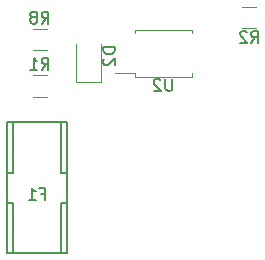
<source format=gbr>
G04 #@! TF.GenerationSoftware,KiCad,Pcbnew,(5.1.6)-1*
G04 #@! TF.CreationDate,2020-08-03T23:37:11+02:00*
G04 #@! TF.ProjectId,loftrelayRound,6c6f6674-7265-46c6-9179-526f756e642e,rev?*
G04 #@! TF.SameCoordinates,Original*
G04 #@! TF.FileFunction,Legend,Bot*
G04 #@! TF.FilePolarity,Positive*
%FSLAX46Y46*%
G04 Gerber Fmt 4.6, Leading zero omitted, Abs format (unit mm)*
G04 Created by KiCad (PCBNEW (5.1.6)-1) date 2020-08-03 23:37:11*
%MOMM*%
%LPD*%
G01*
G04 APERTURE LIST*
%ADD10C,0.120000*%
%ADD11C,0.150000*%
G04 APERTURE END LIST*
D10*
X130602064Y-100290000D02*
X129397936Y-100290000D01*
X130602064Y-102110000D02*
X129397936Y-102110000D01*
X130602064Y-104190000D02*
X129397936Y-104190000D01*
X130602064Y-106010000D02*
X129397936Y-106010000D01*
X148348000Y-98434000D02*
X147148000Y-98434000D01*
X147148000Y-100194000D02*
X148348000Y-100194000D01*
X135172000Y-104792000D02*
X133052000Y-104792000D01*
X135172000Y-101592000D02*
X135172000Y-104792000D01*
X133052000Y-104792000D02*
X133052000Y-101592000D01*
X138062000Y-104062000D02*
X136362000Y-104062000D01*
X142862000Y-100662000D02*
X142862000Y-100362000D01*
X142862000Y-100362000D02*
X138062000Y-100362000D01*
X138062000Y-100362000D02*
X138062000Y-100662000D01*
X138062000Y-104062000D02*
X138062000Y-104362000D01*
X138062000Y-104362000D02*
X142862000Y-104362000D01*
X142862000Y-104362000D02*
X142862000Y-104062000D01*
D11*
X127762000Y-108204000D02*
X127762000Y-112522000D01*
X127762000Y-112522000D02*
X127254000Y-112522000D01*
X131826000Y-108204000D02*
X131826000Y-112522000D01*
X131826000Y-112522000D02*
X132334000Y-112522000D01*
X131826000Y-119253000D02*
X131826000Y-115062000D01*
X131826000Y-115062000D02*
X132334000Y-115062000D01*
X127762000Y-119253000D02*
X127762000Y-115062000D01*
X127762000Y-115062000D02*
X127254000Y-115062000D01*
X127254000Y-119253000D02*
X127254000Y-108204000D01*
X132334000Y-108204000D02*
X132334000Y-119253000D01*
X132334000Y-108204000D02*
X127254000Y-108204000D01*
X127254000Y-119253000D02*
X132334000Y-119253000D01*
X130166666Y-99832380D02*
X130500000Y-99356190D01*
X130738095Y-99832380D02*
X130738095Y-98832380D01*
X130357142Y-98832380D01*
X130261904Y-98880000D01*
X130214285Y-98927619D01*
X130166666Y-99022857D01*
X130166666Y-99165714D01*
X130214285Y-99260952D01*
X130261904Y-99308571D01*
X130357142Y-99356190D01*
X130738095Y-99356190D01*
X129595238Y-99260952D02*
X129690476Y-99213333D01*
X129738095Y-99165714D01*
X129785714Y-99070476D01*
X129785714Y-99022857D01*
X129738095Y-98927619D01*
X129690476Y-98880000D01*
X129595238Y-98832380D01*
X129404761Y-98832380D01*
X129309523Y-98880000D01*
X129261904Y-98927619D01*
X129214285Y-99022857D01*
X129214285Y-99070476D01*
X129261904Y-99165714D01*
X129309523Y-99213333D01*
X129404761Y-99260952D01*
X129595238Y-99260952D01*
X129690476Y-99308571D01*
X129738095Y-99356190D01*
X129785714Y-99451428D01*
X129785714Y-99641904D01*
X129738095Y-99737142D01*
X129690476Y-99784761D01*
X129595238Y-99832380D01*
X129404761Y-99832380D01*
X129309523Y-99784761D01*
X129261904Y-99737142D01*
X129214285Y-99641904D01*
X129214285Y-99451428D01*
X129261904Y-99356190D01*
X129309523Y-99308571D01*
X129404761Y-99260952D01*
X130166666Y-103732380D02*
X130500000Y-103256190D01*
X130738095Y-103732380D02*
X130738095Y-102732380D01*
X130357142Y-102732380D01*
X130261904Y-102780000D01*
X130214285Y-102827619D01*
X130166666Y-102922857D01*
X130166666Y-103065714D01*
X130214285Y-103160952D01*
X130261904Y-103208571D01*
X130357142Y-103256190D01*
X130738095Y-103256190D01*
X129214285Y-103732380D02*
X129785714Y-103732380D01*
X129500000Y-103732380D02*
X129500000Y-102732380D01*
X129595238Y-102875238D01*
X129690476Y-102970476D01*
X129785714Y-103018095D01*
X147914666Y-101466380D02*
X148248000Y-100990190D01*
X148486095Y-101466380D02*
X148486095Y-100466380D01*
X148105142Y-100466380D01*
X148009904Y-100514000D01*
X147962285Y-100561619D01*
X147914666Y-100656857D01*
X147914666Y-100799714D01*
X147962285Y-100894952D01*
X148009904Y-100942571D01*
X148105142Y-100990190D01*
X148486095Y-100990190D01*
X147533714Y-100561619D02*
X147486095Y-100514000D01*
X147390857Y-100466380D01*
X147152761Y-100466380D01*
X147057523Y-100514000D01*
X147009904Y-100561619D01*
X146962285Y-100656857D01*
X146962285Y-100752095D01*
X147009904Y-100894952D01*
X147581333Y-101466380D01*
X146962285Y-101466380D01*
X136364380Y-101853904D02*
X135364380Y-101853904D01*
X135364380Y-102092000D01*
X135412000Y-102234857D01*
X135507238Y-102330095D01*
X135602476Y-102377714D01*
X135792952Y-102425333D01*
X135935809Y-102425333D01*
X136126285Y-102377714D01*
X136221523Y-102330095D01*
X136316761Y-102234857D01*
X136364380Y-102092000D01*
X136364380Y-101853904D01*
X135459619Y-102806285D02*
X135412000Y-102853904D01*
X135364380Y-102949142D01*
X135364380Y-103187238D01*
X135412000Y-103282476D01*
X135459619Y-103330095D01*
X135554857Y-103377714D01*
X135650095Y-103377714D01*
X135792952Y-103330095D01*
X136364380Y-102758666D01*
X136364380Y-103377714D01*
X141223904Y-104514380D02*
X141223904Y-105323904D01*
X141176285Y-105419142D01*
X141128666Y-105466761D01*
X141033428Y-105514380D01*
X140842952Y-105514380D01*
X140747714Y-105466761D01*
X140700095Y-105419142D01*
X140652476Y-105323904D01*
X140652476Y-104514380D01*
X140223904Y-104609619D02*
X140176285Y-104562000D01*
X140081047Y-104514380D01*
X139842952Y-104514380D01*
X139747714Y-104562000D01*
X139700095Y-104609619D01*
X139652476Y-104704857D01*
X139652476Y-104800095D01*
X139700095Y-104942952D01*
X140271523Y-105514380D01*
X139652476Y-105514380D01*
X130127333Y-114228571D02*
X130460666Y-114228571D01*
X130460666Y-114752380D02*
X130460666Y-113752380D01*
X129984476Y-113752380D01*
X129079714Y-114752380D02*
X129651142Y-114752380D01*
X129365428Y-114752380D02*
X129365428Y-113752380D01*
X129460666Y-113895238D01*
X129555904Y-113990476D01*
X129651142Y-114038095D01*
M02*

</source>
